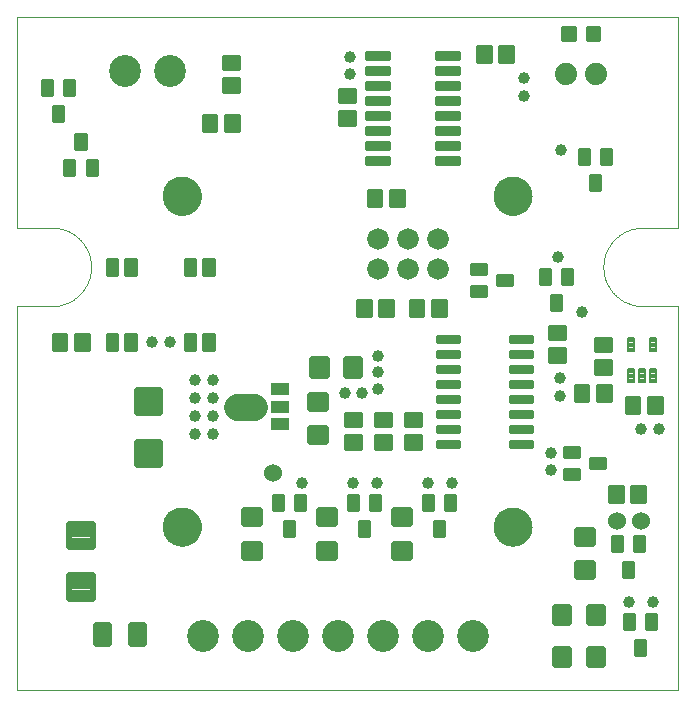
<source format=gts>
G75*
%MOIN*%
%OFA0B0*%
%FSLAX25Y25*%
%IPPOS*%
%LPD*%
%AMOC8*
5,1,8,0,0,1.08239X$1,22.5*
%
%ADD10C,0.00000*%
%ADD11C,0.00947*%
%ADD12C,0.00900*%
%ADD13C,0.01655*%
%ADD14C,0.01301*%
%ADD15C,0.02010*%
%ADD16C,0.02068*%
%ADD17C,0.09061*%
%ADD18R,0.06201X0.04134*%
%ADD19C,0.01892*%
%ADD20C,0.07200*%
%ADD21C,0.07400*%
%ADD22C,0.01537*%
%ADD23C,0.10636*%
%ADD24C,0.12998*%
%ADD25C,0.00829*%
%ADD26C,0.03969*%
%ADD27C,0.06000*%
%ADD28C,0.06306*%
D10*
X0022602Y0025558D02*
X0022602Y0153589D01*
X0034413Y0153589D01*
X0034731Y0153593D01*
X0035048Y0153604D01*
X0035366Y0153624D01*
X0035682Y0153651D01*
X0035998Y0153686D01*
X0036313Y0153728D01*
X0036627Y0153778D01*
X0036940Y0153836D01*
X0037251Y0153901D01*
X0037560Y0153974D01*
X0037868Y0154055D01*
X0038173Y0154142D01*
X0038476Y0154238D01*
X0038777Y0154340D01*
X0039075Y0154450D01*
X0039371Y0154567D01*
X0039663Y0154692D01*
X0039953Y0154823D01*
X0040239Y0154961D01*
X0040521Y0155107D01*
X0040800Y0155259D01*
X0041076Y0155418D01*
X0041347Y0155583D01*
X0041614Y0155755D01*
X0041877Y0155934D01*
X0042136Y0156119D01*
X0042389Y0156310D01*
X0042639Y0156507D01*
X0042883Y0156711D01*
X0043122Y0156920D01*
X0043356Y0157135D01*
X0043585Y0157356D01*
X0043808Y0157582D01*
X0044026Y0157813D01*
X0044238Y0158050D01*
X0044445Y0158292D01*
X0044645Y0158538D01*
X0044839Y0158790D01*
X0045027Y0159046D01*
X0045209Y0159307D01*
X0045384Y0159572D01*
X0045553Y0159841D01*
X0045715Y0160115D01*
X0045871Y0160392D01*
X0046020Y0160673D01*
X0046162Y0160957D01*
X0046297Y0161245D01*
X0046424Y0161536D01*
X0046545Y0161830D01*
X0046659Y0162127D01*
X0046765Y0162426D01*
X0046864Y0162728D01*
X0046956Y0163032D01*
X0047040Y0163339D01*
X0047116Y0163647D01*
X0047185Y0163958D01*
X0047247Y0164269D01*
X0047301Y0164583D01*
X0047347Y0164897D01*
X0047386Y0165213D01*
X0047417Y0165529D01*
X0047440Y0165846D01*
X0047455Y0166163D01*
X0047463Y0166481D01*
X0047463Y0166799D01*
X0047455Y0167117D01*
X0047440Y0167434D01*
X0047417Y0167751D01*
X0047386Y0168067D01*
X0047347Y0168383D01*
X0047301Y0168697D01*
X0047247Y0169011D01*
X0047185Y0169322D01*
X0047116Y0169633D01*
X0047040Y0169941D01*
X0046956Y0170248D01*
X0046864Y0170552D01*
X0046765Y0170854D01*
X0046659Y0171153D01*
X0046545Y0171450D01*
X0046424Y0171744D01*
X0046297Y0172035D01*
X0046162Y0172323D01*
X0046020Y0172607D01*
X0045871Y0172888D01*
X0045715Y0173166D01*
X0045553Y0173439D01*
X0045384Y0173708D01*
X0045209Y0173973D01*
X0045027Y0174234D01*
X0044839Y0174490D01*
X0044645Y0174742D01*
X0044445Y0174988D01*
X0044238Y0175230D01*
X0044026Y0175467D01*
X0043808Y0175698D01*
X0043585Y0175924D01*
X0043356Y0176145D01*
X0043122Y0176360D01*
X0042883Y0176569D01*
X0042639Y0176773D01*
X0042389Y0176970D01*
X0042136Y0177161D01*
X0041877Y0177346D01*
X0041614Y0177525D01*
X0041347Y0177697D01*
X0041076Y0177862D01*
X0040800Y0178021D01*
X0040521Y0178173D01*
X0040239Y0178319D01*
X0039953Y0178457D01*
X0039663Y0178588D01*
X0039371Y0178713D01*
X0039075Y0178830D01*
X0038777Y0178940D01*
X0038476Y0179042D01*
X0038173Y0179138D01*
X0037868Y0179225D01*
X0037560Y0179306D01*
X0037251Y0179379D01*
X0036940Y0179444D01*
X0036627Y0179502D01*
X0036313Y0179552D01*
X0035998Y0179594D01*
X0035682Y0179629D01*
X0035366Y0179656D01*
X0035048Y0179676D01*
X0034731Y0179687D01*
X0034413Y0179691D01*
X0034413Y0179692D02*
X0022602Y0179692D01*
X0022602Y0249967D01*
X0243075Y0249967D01*
X0243075Y0179692D01*
X0231263Y0179692D01*
X0231263Y0179691D02*
X0230945Y0179687D01*
X0230628Y0179676D01*
X0230310Y0179656D01*
X0229994Y0179629D01*
X0229678Y0179594D01*
X0229363Y0179552D01*
X0229049Y0179502D01*
X0228736Y0179444D01*
X0228425Y0179379D01*
X0228116Y0179306D01*
X0227808Y0179225D01*
X0227503Y0179138D01*
X0227200Y0179042D01*
X0226899Y0178940D01*
X0226601Y0178830D01*
X0226305Y0178713D01*
X0226013Y0178588D01*
X0225723Y0178457D01*
X0225437Y0178319D01*
X0225155Y0178173D01*
X0224876Y0178021D01*
X0224600Y0177862D01*
X0224329Y0177697D01*
X0224062Y0177525D01*
X0223799Y0177346D01*
X0223540Y0177161D01*
X0223287Y0176970D01*
X0223037Y0176773D01*
X0222793Y0176569D01*
X0222554Y0176360D01*
X0222320Y0176145D01*
X0222091Y0175924D01*
X0221868Y0175698D01*
X0221650Y0175467D01*
X0221438Y0175230D01*
X0221231Y0174988D01*
X0221031Y0174742D01*
X0220837Y0174490D01*
X0220649Y0174234D01*
X0220467Y0173973D01*
X0220292Y0173708D01*
X0220123Y0173439D01*
X0219961Y0173166D01*
X0219805Y0172888D01*
X0219656Y0172607D01*
X0219514Y0172323D01*
X0219379Y0172035D01*
X0219252Y0171744D01*
X0219131Y0171450D01*
X0219017Y0171153D01*
X0218911Y0170854D01*
X0218812Y0170552D01*
X0218720Y0170248D01*
X0218636Y0169941D01*
X0218560Y0169633D01*
X0218491Y0169322D01*
X0218429Y0169011D01*
X0218375Y0168697D01*
X0218329Y0168383D01*
X0218290Y0168067D01*
X0218259Y0167751D01*
X0218236Y0167434D01*
X0218221Y0167117D01*
X0218213Y0166799D01*
X0218213Y0166481D01*
X0218221Y0166163D01*
X0218236Y0165846D01*
X0218259Y0165529D01*
X0218290Y0165213D01*
X0218329Y0164897D01*
X0218375Y0164583D01*
X0218429Y0164269D01*
X0218491Y0163958D01*
X0218560Y0163647D01*
X0218636Y0163339D01*
X0218720Y0163032D01*
X0218812Y0162728D01*
X0218911Y0162426D01*
X0219017Y0162127D01*
X0219131Y0161830D01*
X0219252Y0161536D01*
X0219379Y0161245D01*
X0219514Y0160957D01*
X0219656Y0160673D01*
X0219805Y0160392D01*
X0219961Y0160114D01*
X0220123Y0159841D01*
X0220292Y0159572D01*
X0220467Y0159307D01*
X0220649Y0159046D01*
X0220837Y0158790D01*
X0221031Y0158538D01*
X0221231Y0158292D01*
X0221438Y0158050D01*
X0221650Y0157813D01*
X0221868Y0157582D01*
X0222091Y0157356D01*
X0222320Y0157135D01*
X0222554Y0156920D01*
X0222793Y0156711D01*
X0223037Y0156507D01*
X0223287Y0156310D01*
X0223540Y0156119D01*
X0223799Y0155934D01*
X0224062Y0155755D01*
X0224329Y0155583D01*
X0224600Y0155418D01*
X0224876Y0155259D01*
X0225155Y0155107D01*
X0225437Y0154961D01*
X0225723Y0154823D01*
X0226013Y0154692D01*
X0226305Y0154567D01*
X0226601Y0154450D01*
X0226899Y0154340D01*
X0227200Y0154238D01*
X0227503Y0154142D01*
X0227808Y0154055D01*
X0228116Y0153974D01*
X0228425Y0153901D01*
X0228736Y0153836D01*
X0229049Y0153778D01*
X0229363Y0153728D01*
X0229678Y0153686D01*
X0229994Y0153651D01*
X0230310Y0153624D01*
X0230628Y0153604D01*
X0230945Y0153593D01*
X0231263Y0153589D01*
X0243075Y0153589D01*
X0243075Y0025558D01*
X0022602Y0025558D01*
X0071421Y0080046D02*
X0071423Y0080204D01*
X0071429Y0080362D01*
X0071439Y0080520D01*
X0071453Y0080678D01*
X0071471Y0080835D01*
X0071492Y0080992D01*
X0071518Y0081148D01*
X0071548Y0081304D01*
X0071581Y0081459D01*
X0071619Y0081612D01*
X0071660Y0081765D01*
X0071705Y0081917D01*
X0071754Y0082068D01*
X0071807Y0082217D01*
X0071863Y0082365D01*
X0071923Y0082511D01*
X0071987Y0082656D01*
X0072055Y0082799D01*
X0072126Y0082941D01*
X0072200Y0083081D01*
X0072278Y0083218D01*
X0072360Y0083354D01*
X0072444Y0083488D01*
X0072533Y0083619D01*
X0072624Y0083748D01*
X0072719Y0083875D01*
X0072816Y0084000D01*
X0072917Y0084122D01*
X0073021Y0084241D01*
X0073128Y0084358D01*
X0073238Y0084472D01*
X0073351Y0084583D01*
X0073466Y0084692D01*
X0073584Y0084797D01*
X0073705Y0084899D01*
X0073828Y0084999D01*
X0073954Y0085095D01*
X0074082Y0085188D01*
X0074212Y0085278D01*
X0074345Y0085364D01*
X0074480Y0085448D01*
X0074616Y0085527D01*
X0074755Y0085604D01*
X0074896Y0085676D01*
X0075038Y0085746D01*
X0075182Y0085811D01*
X0075328Y0085873D01*
X0075475Y0085931D01*
X0075624Y0085986D01*
X0075774Y0086037D01*
X0075925Y0086084D01*
X0076077Y0086127D01*
X0076230Y0086166D01*
X0076385Y0086202D01*
X0076540Y0086233D01*
X0076696Y0086261D01*
X0076852Y0086285D01*
X0077009Y0086305D01*
X0077167Y0086321D01*
X0077324Y0086333D01*
X0077483Y0086341D01*
X0077641Y0086345D01*
X0077799Y0086345D01*
X0077957Y0086341D01*
X0078116Y0086333D01*
X0078273Y0086321D01*
X0078431Y0086305D01*
X0078588Y0086285D01*
X0078744Y0086261D01*
X0078900Y0086233D01*
X0079055Y0086202D01*
X0079210Y0086166D01*
X0079363Y0086127D01*
X0079515Y0086084D01*
X0079666Y0086037D01*
X0079816Y0085986D01*
X0079965Y0085931D01*
X0080112Y0085873D01*
X0080258Y0085811D01*
X0080402Y0085746D01*
X0080544Y0085676D01*
X0080685Y0085604D01*
X0080824Y0085527D01*
X0080960Y0085448D01*
X0081095Y0085364D01*
X0081228Y0085278D01*
X0081358Y0085188D01*
X0081486Y0085095D01*
X0081612Y0084999D01*
X0081735Y0084899D01*
X0081856Y0084797D01*
X0081974Y0084692D01*
X0082089Y0084583D01*
X0082202Y0084472D01*
X0082312Y0084358D01*
X0082419Y0084241D01*
X0082523Y0084122D01*
X0082624Y0084000D01*
X0082721Y0083875D01*
X0082816Y0083748D01*
X0082907Y0083619D01*
X0082996Y0083488D01*
X0083080Y0083354D01*
X0083162Y0083218D01*
X0083240Y0083081D01*
X0083314Y0082941D01*
X0083385Y0082799D01*
X0083453Y0082656D01*
X0083517Y0082511D01*
X0083577Y0082365D01*
X0083633Y0082217D01*
X0083686Y0082068D01*
X0083735Y0081917D01*
X0083780Y0081765D01*
X0083821Y0081612D01*
X0083859Y0081459D01*
X0083892Y0081304D01*
X0083922Y0081148D01*
X0083948Y0080992D01*
X0083969Y0080835D01*
X0083987Y0080678D01*
X0084001Y0080520D01*
X0084011Y0080362D01*
X0084017Y0080204D01*
X0084019Y0080046D01*
X0084017Y0079888D01*
X0084011Y0079730D01*
X0084001Y0079572D01*
X0083987Y0079414D01*
X0083969Y0079257D01*
X0083948Y0079100D01*
X0083922Y0078944D01*
X0083892Y0078788D01*
X0083859Y0078633D01*
X0083821Y0078480D01*
X0083780Y0078327D01*
X0083735Y0078175D01*
X0083686Y0078024D01*
X0083633Y0077875D01*
X0083577Y0077727D01*
X0083517Y0077581D01*
X0083453Y0077436D01*
X0083385Y0077293D01*
X0083314Y0077151D01*
X0083240Y0077011D01*
X0083162Y0076874D01*
X0083080Y0076738D01*
X0082996Y0076604D01*
X0082907Y0076473D01*
X0082816Y0076344D01*
X0082721Y0076217D01*
X0082624Y0076092D01*
X0082523Y0075970D01*
X0082419Y0075851D01*
X0082312Y0075734D01*
X0082202Y0075620D01*
X0082089Y0075509D01*
X0081974Y0075400D01*
X0081856Y0075295D01*
X0081735Y0075193D01*
X0081612Y0075093D01*
X0081486Y0074997D01*
X0081358Y0074904D01*
X0081228Y0074814D01*
X0081095Y0074728D01*
X0080960Y0074644D01*
X0080824Y0074565D01*
X0080685Y0074488D01*
X0080544Y0074416D01*
X0080402Y0074346D01*
X0080258Y0074281D01*
X0080112Y0074219D01*
X0079965Y0074161D01*
X0079816Y0074106D01*
X0079666Y0074055D01*
X0079515Y0074008D01*
X0079363Y0073965D01*
X0079210Y0073926D01*
X0079055Y0073890D01*
X0078900Y0073859D01*
X0078744Y0073831D01*
X0078588Y0073807D01*
X0078431Y0073787D01*
X0078273Y0073771D01*
X0078116Y0073759D01*
X0077957Y0073751D01*
X0077799Y0073747D01*
X0077641Y0073747D01*
X0077483Y0073751D01*
X0077324Y0073759D01*
X0077167Y0073771D01*
X0077009Y0073787D01*
X0076852Y0073807D01*
X0076696Y0073831D01*
X0076540Y0073859D01*
X0076385Y0073890D01*
X0076230Y0073926D01*
X0076077Y0073965D01*
X0075925Y0074008D01*
X0075774Y0074055D01*
X0075624Y0074106D01*
X0075475Y0074161D01*
X0075328Y0074219D01*
X0075182Y0074281D01*
X0075038Y0074346D01*
X0074896Y0074416D01*
X0074755Y0074488D01*
X0074616Y0074565D01*
X0074480Y0074644D01*
X0074345Y0074728D01*
X0074212Y0074814D01*
X0074082Y0074904D01*
X0073954Y0074997D01*
X0073828Y0075093D01*
X0073705Y0075193D01*
X0073584Y0075295D01*
X0073466Y0075400D01*
X0073351Y0075509D01*
X0073238Y0075620D01*
X0073128Y0075734D01*
X0073021Y0075851D01*
X0072917Y0075970D01*
X0072816Y0076092D01*
X0072719Y0076217D01*
X0072624Y0076344D01*
X0072533Y0076473D01*
X0072444Y0076604D01*
X0072360Y0076738D01*
X0072278Y0076874D01*
X0072200Y0077011D01*
X0072126Y0077151D01*
X0072055Y0077293D01*
X0071987Y0077436D01*
X0071923Y0077581D01*
X0071863Y0077727D01*
X0071807Y0077875D01*
X0071754Y0078024D01*
X0071705Y0078175D01*
X0071660Y0078327D01*
X0071619Y0078480D01*
X0071581Y0078633D01*
X0071548Y0078788D01*
X0071518Y0078944D01*
X0071492Y0079100D01*
X0071471Y0079257D01*
X0071453Y0079414D01*
X0071439Y0079572D01*
X0071429Y0079730D01*
X0071423Y0079888D01*
X0071421Y0080046D01*
X0071421Y0190282D02*
X0071423Y0190440D01*
X0071429Y0190598D01*
X0071439Y0190756D01*
X0071453Y0190914D01*
X0071471Y0191071D01*
X0071492Y0191228D01*
X0071518Y0191384D01*
X0071548Y0191540D01*
X0071581Y0191695D01*
X0071619Y0191848D01*
X0071660Y0192001D01*
X0071705Y0192153D01*
X0071754Y0192304D01*
X0071807Y0192453D01*
X0071863Y0192601D01*
X0071923Y0192747D01*
X0071987Y0192892D01*
X0072055Y0193035D01*
X0072126Y0193177D01*
X0072200Y0193317D01*
X0072278Y0193454D01*
X0072360Y0193590D01*
X0072444Y0193724D01*
X0072533Y0193855D01*
X0072624Y0193984D01*
X0072719Y0194111D01*
X0072816Y0194236D01*
X0072917Y0194358D01*
X0073021Y0194477D01*
X0073128Y0194594D01*
X0073238Y0194708D01*
X0073351Y0194819D01*
X0073466Y0194928D01*
X0073584Y0195033D01*
X0073705Y0195135D01*
X0073828Y0195235D01*
X0073954Y0195331D01*
X0074082Y0195424D01*
X0074212Y0195514D01*
X0074345Y0195600D01*
X0074480Y0195684D01*
X0074616Y0195763D01*
X0074755Y0195840D01*
X0074896Y0195912D01*
X0075038Y0195982D01*
X0075182Y0196047D01*
X0075328Y0196109D01*
X0075475Y0196167D01*
X0075624Y0196222D01*
X0075774Y0196273D01*
X0075925Y0196320D01*
X0076077Y0196363D01*
X0076230Y0196402D01*
X0076385Y0196438D01*
X0076540Y0196469D01*
X0076696Y0196497D01*
X0076852Y0196521D01*
X0077009Y0196541D01*
X0077167Y0196557D01*
X0077324Y0196569D01*
X0077483Y0196577D01*
X0077641Y0196581D01*
X0077799Y0196581D01*
X0077957Y0196577D01*
X0078116Y0196569D01*
X0078273Y0196557D01*
X0078431Y0196541D01*
X0078588Y0196521D01*
X0078744Y0196497D01*
X0078900Y0196469D01*
X0079055Y0196438D01*
X0079210Y0196402D01*
X0079363Y0196363D01*
X0079515Y0196320D01*
X0079666Y0196273D01*
X0079816Y0196222D01*
X0079965Y0196167D01*
X0080112Y0196109D01*
X0080258Y0196047D01*
X0080402Y0195982D01*
X0080544Y0195912D01*
X0080685Y0195840D01*
X0080824Y0195763D01*
X0080960Y0195684D01*
X0081095Y0195600D01*
X0081228Y0195514D01*
X0081358Y0195424D01*
X0081486Y0195331D01*
X0081612Y0195235D01*
X0081735Y0195135D01*
X0081856Y0195033D01*
X0081974Y0194928D01*
X0082089Y0194819D01*
X0082202Y0194708D01*
X0082312Y0194594D01*
X0082419Y0194477D01*
X0082523Y0194358D01*
X0082624Y0194236D01*
X0082721Y0194111D01*
X0082816Y0193984D01*
X0082907Y0193855D01*
X0082996Y0193724D01*
X0083080Y0193590D01*
X0083162Y0193454D01*
X0083240Y0193317D01*
X0083314Y0193177D01*
X0083385Y0193035D01*
X0083453Y0192892D01*
X0083517Y0192747D01*
X0083577Y0192601D01*
X0083633Y0192453D01*
X0083686Y0192304D01*
X0083735Y0192153D01*
X0083780Y0192001D01*
X0083821Y0191848D01*
X0083859Y0191695D01*
X0083892Y0191540D01*
X0083922Y0191384D01*
X0083948Y0191228D01*
X0083969Y0191071D01*
X0083987Y0190914D01*
X0084001Y0190756D01*
X0084011Y0190598D01*
X0084017Y0190440D01*
X0084019Y0190282D01*
X0084017Y0190124D01*
X0084011Y0189966D01*
X0084001Y0189808D01*
X0083987Y0189650D01*
X0083969Y0189493D01*
X0083948Y0189336D01*
X0083922Y0189180D01*
X0083892Y0189024D01*
X0083859Y0188869D01*
X0083821Y0188716D01*
X0083780Y0188563D01*
X0083735Y0188411D01*
X0083686Y0188260D01*
X0083633Y0188111D01*
X0083577Y0187963D01*
X0083517Y0187817D01*
X0083453Y0187672D01*
X0083385Y0187529D01*
X0083314Y0187387D01*
X0083240Y0187247D01*
X0083162Y0187110D01*
X0083080Y0186974D01*
X0082996Y0186840D01*
X0082907Y0186709D01*
X0082816Y0186580D01*
X0082721Y0186453D01*
X0082624Y0186328D01*
X0082523Y0186206D01*
X0082419Y0186087D01*
X0082312Y0185970D01*
X0082202Y0185856D01*
X0082089Y0185745D01*
X0081974Y0185636D01*
X0081856Y0185531D01*
X0081735Y0185429D01*
X0081612Y0185329D01*
X0081486Y0185233D01*
X0081358Y0185140D01*
X0081228Y0185050D01*
X0081095Y0184964D01*
X0080960Y0184880D01*
X0080824Y0184801D01*
X0080685Y0184724D01*
X0080544Y0184652D01*
X0080402Y0184582D01*
X0080258Y0184517D01*
X0080112Y0184455D01*
X0079965Y0184397D01*
X0079816Y0184342D01*
X0079666Y0184291D01*
X0079515Y0184244D01*
X0079363Y0184201D01*
X0079210Y0184162D01*
X0079055Y0184126D01*
X0078900Y0184095D01*
X0078744Y0184067D01*
X0078588Y0184043D01*
X0078431Y0184023D01*
X0078273Y0184007D01*
X0078116Y0183995D01*
X0077957Y0183987D01*
X0077799Y0183983D01*
X0077641Y0183983D01*
X0077483Y0183987D01*
X0077324Y0183995D01*
X0077167Y0184007D01*
X0077009Y0184023D01*
X0076852Y0184043D01*
X0076696Y0184067D01*
X0076540Y0184095D01*
X0076385Y0184126D01*
X0076230Y0184162D01*
X0076077Y0184201D01*
X0075925Y0184244D01*
X0075774Y0184291D01*
X0075624Y0184342D01*
X0075475Y0184397D01*
X0075328Y0184455D01*
X0075182Y0184517D01*
X0075038Y0184582D01*
X0074896Y0184652D01*
X0074755Y0184724D01*
X0074616Y0184801D01*
X0074480Y0184880D01*
X0074345Y0184964D01*
X0074212Y0185050D01*
X0074082Y0185140D01*
X0073954Y0185233D01*
X0073828Y0185329D01*
X0073705Y0185429D01*
X0073584Y0185531D01*
X0073466Y0185636D01*
X0073351Y0185745D01*
X0073238Y0185856D01*
X0073128Y0185970D01*
X0073021Y0186087D01*
X0072917Y0186206D01*
X0072816Y0186328D01*
X0072719Y0186453D01*
X0072624Y0186580D01*
X0072533Y0186709D01*
X0072444Y0186840D01*
X0072360Y0186974D01*
X0072278Y0187110D01*
X0072200Y0187247D01*
X0072126Y0187387D01*
X0072055Y0187529D01*
X0071987Y0187672D01*
X0071923Y0187817D01*
X0071863Y0187963D01*
X0071807Y0188111D01*
X0071754Y0188260D01*
X0071705Y0188411D01*
X0071660Y0188563D01*
X0071619Y0188716D01*
X0071581Y0188869D01*
X0071548Y0189024D01*
X0071518Y0189180D01*
X0071492Y0189336D01*
X0071471Y0189493D01*
X0071453Y0189650D01*
X0071439Y0189808D01*
X0071429Y0189966D01*
X0071423Y0190124D01*
X0071421Y0190282D01*
X0181657Y0190282D02*
X0181659Y0190440D01*
X0181665Y0190598D01*
X0181675Y0190756D01*
X0181689Y0190914D01*
X0181707Y0191071D01*
X0181728Y0191228D01*
X0181754Y0191384D01*
X0181784Y0191540D01*
X0181817Y0191695D01*
X0181855Y0191848D01*
X0181896Y0192001D01*
X0181941Y0192153D01*
X0181990Y0192304D01*
X0182043Y0192453D01*
X0182099Y0192601D01*
X0182159Y0192747D01*
X0182223Y0192892D01*
X0182291Y0193035D01*
X0182362Y0193177D01*
X0182436Y0193317D01*
X0182514Y0193454D01*
X0182596Y0193590D01*
X0182680Y0193724D01*
X0182769Y0193855D01*
X0182860Y0193984D01*
X0182955Y0194111D01*
X0183052Y0194236D01*
X0183153Y0194358D01*
X0183257Y0194477D01*
X0183364Y0194594D01*
X0183474Y0194708D01*
X0183587Y0194819D01*
X0183702Y0194928D01*
X0183820Y0195033D01*
X0183941Y0195135D01*
X0184064Y0195235D01*
X0184190Y0195331D01*
X0184318Y0195424D01*
X0184448Y0195514D01*
X0184581Y0195600D01*
X0184716Y0195684D01*
X0184852Y0195763D01*
X0184991Y0195840D01*
X0185132Y0195912D01*
X0185274Y0195982D01*
X0185418Y0196047D01*
X0185564Y0196109D01*
X0185711Y0196167D01*
X0185860Y0196222D01*
X0186010Y0196273D01*
X0186161Y0196320D01*
X0186313Y0196363D01*
X0186466Y0196402D01*
X0186621Y0196438D01*
X0186776Y0196469D01*
X0186932Y0196497D01*
X0187088Y0196521D01*
X0187245Y0196541D01*
X0187403Y0196557D01*
X0187560Y0196569D01*
X0187719Y0196577D01*
X0187877Y0196581D01*
X0188035Y0196581D01*
X0188193Y0196577D01*
X0188352Y0196569D01*
X0188509Y0196557D01*
X0188667Y0196541D01*
X0188824Y0196521D01*
X0188980Y0196497D01*
X0189136Y0196469D01*
X0189291Y0196438D01*
X0189446Y0196402D01*
X0189599Y0196363D01*
X0189751Y0196320D01*
X0189902Y0196273D01*
X0190052Y0196222D01*
X0190201Y0196167D01*
X0190348Y0196109D01*
X0190494Y0196047D01*
X0190638Y0195982D01*
X0190780Y0195912D01*
X0190921Y0195840D01*
X0191060Y0195763D01*
X0191196Y0195684D01*
X0191331Y0195600D01*
X0191464Y0195514D01*
X0191594Y0195424D01*
X0191722Y0195331D01*
X0191848Y0195235D01*
X0191971Y0195135D01*
X0192092Y0195033D01*
X0192210Y0194928D01*
X0192325Y0194819D01*
X0192438Y0194708D01*
X0192548Y0194594D01*
X0192655Y0194477D01*
X0192759Y0194358D01*
X0192860Y0194236D01*
X0192957Y0194111D01*
X0193052Y0193984D01*
X0193143Y0193855D01*
X0193232Y0193724D01*
X0193316Y0193590D01*
X0193398Y0193454D01*
X0193476Y0193317D01*
X0193550Y0193177D01*
X0193621Y0193035D01*
X0193689Y0192892D01*
X0193753Y0192747D01*
X0193813Y0192601D01*
X0193869Y0192453D01*
X0193922Y0192304D01*
X0193971Y0192153D01*
X0194016Y0192001D01*
X0194057Y0191848D01*
X0194095Y0191695D01*
X0194128Y0191540D01*
X0194158Y0191384D01*
X0194184Y0191228D01*
X0194205Y0191071D01*
X0194223Y0190914D01*
X0194237Y0190756D01*
X0194247Y0190598D01*
X0194253Y0190440D01*
X0194255Y0190282D01*
X0194253Y0190124D01*
X0194247Y0189966D01*
X0194237Y0189808D01*
X0194223Y0189650D01*
X0194205Y0189493D01*
X0194184Y0189336D01*
X0194158Y0189180D01*
X0194128Y0189024D01*
X0194095Y0188869D01*
X0194057Y0188716D01*
X0194016Y0188563D01*
X0193971Y0188411D01*
X0193922Y0188260D01*
X0193869Y0188111D01*
X0193813Y0187963D01*
X0193753Y0187817D01*
X0193689Y0187672D01*
X0193621Y0187529D01*
X0193550Y0187387D01*
X0193476Y0187247D01*
X0193398Y0187110D01*
X0193316Y0186974D01*
X0193232Y0186840D01*
X0193143Y0186709D01*
X0193052Y0186580D01*
X0192957Y0186453D01*
X0192860Y0186328D01*
X0192759Y0186206D01*
X0192655Y0186087D01*
X0192548Y0185970D01*
X0192438Y0185856D01*
X0192325Y0185745D01*
X0192210Y0185636D01*
X0192092Y0185531D01*
X0191971Y0185429D01*
X0191848Y0185329D01*
X0191722Y0185233D01*
X0191594Y0185140D01*
X0191464Y0185050D01*
X0191331Y0184964D01*
X0191196Y0184880D01*
X0191060Y0184801D01*
X0190921Y0184724D01*
X0190780Y0184652D01*
X0190638Y0184582D01*
X0190494Y0184517D01*
X0190348Y0184455D01*
X0190201Y0184397D01*
X0190052Y0184342D01*
X0189902Y0184291D01*
X0189751Y0184244D01*
X0189599Y0184201D01*
X0189446Y0184162D01*
X0189291Y0184126D01*
X0189136Y0184095D01*
X0188980Y0184067D01*
X0188824Y0184043D01*
X0188667Y0184023D01*
X0188509Y0184007D01*
X0188352Y0183995D01*
X0188193Y0183987D01*
X0188035Y0183983D01*
X0187877Y0183983D01*
X0187719Y0183987D01*
X0187560Y0183995D01*
X0187403Y0184007D01*
X0187245Y0184023D01*
X0187088Y0184043D01*
X0186932Y0184067D01*
X0186776Y0184095D01*
X0186621Y0184126D01*
X0186466Y0184162D01*
X0186313Y0184201D01*
X0186161Y0184244D01*
X0186010Y0184291D01*
X0185860Y0184342D01*
X0185711Y0184397D01*
X0185564Y0184455D01*
X0185418Y0184517D01*
X0185274Y0184582D01*
X0185132Y0184652D01*
X0184991Y0184724D01*
X0184852Y0184801D01*
X0184716Y0184880D01*
X0184581Y0184964D01*
X0184448Y0185050D01*
X0184318Y0185140D01*
X0184190Y0185233D01*
X0184064Y0185329D01*
X0183941Y0185429D01*
X0183820Y0185531D01*
X0183702Y0185636D01*
X0183587Y0185745D01*
X0183474Y0185856D01*
X0183364Y0185970D01*
X0183257Y0186087D01*
X0183153Y0186206D01*
X0183052Y0186328D01*
X0182955Y0186453D01*
X0182860Y0186580D01*
X0182769Y0186709D01*
X0182680Y0186840D01*
X0182596Y0186974D01*
X0182514Y0187110D01*
X0182436Y0187247D01*
X0182362Y0187387D01*
X0182291Y0187529D01*
X0182223Y0187672D01*
X0182159Y0187817D01*
X0182099Y0187963D01*
X0182043Y0188111D01*
X0181990Y0188260D01*
X0181941Y0188411D01*
X0181896Y0188563D01*
X0181855Y0188716D01*
X0181817Y0188869D01*
X0181784Y0189024D01*
X0181754Y0189180D01*
X0181728Y0189336D01*
X0181707Y0189493D01*
X0181689Y0189650D01*
X0181675Y0189808D01*
X0181665Y0189966D01*
X0181659Y0190124D01*
X0181657Y0190282D01*
X0181657Y0080046D02*
X0181659Y0080204D01*
X0181665Y0080362D01*
X0181675Y0080520D01*
X0181689Y0080678D01*
X0181707Y0080835D01*
X0181728Y0080992D01*
X0181754Y0081148D01*
X0181784Y0081304D01*
X0181817Y0081459D01*
X0181855Y0081612D01*
X0181896Y0081765D01*
X0181941Y0081917D01*
X0181990Y0082068D01*
X0182043Y0082217D01*
X0182099Y0082365D01*
X0182159Y0082511D01*
X0182223Y0082656D01*
X0182291Y0082799D01*
X0182362Y0082941D01*
X0182436Y0083081D01*
X0182514Y0083218D01*
X0182596Y0083354D01*
X0182680Y0083488D01*
X0182769Y0083619D01*
X0182860Y0083748D01*
X0182955Y0083875D01*
X0183052Y0084000D01*
X0183153Y0084122D01*
X0183257Y0084241D01*
X0183364Y0084358D01*
X0183474Y0084472D01*
X0183587Y0084583D01*
X0183702Y0084692D01*
X0183820Y0084797D01*
X0183941Y0084899D01*
X0184064Y0084999D01*
X0184190Y0085095D01*
X0184318Y0085188D01*
X0184448Y0085278D01*
X0184581Y0085364D01*
X0184716Y0085448D01*
X0184852Y0085527D01*
X0184991Y0085604D01*
X0185132Y0085676D01*
X0185274Y0085746D01*
X0185418Y0085811D01*
X0185564Y0085873D01*
X0185711Y0085931D01*
X0185860Y0085986D01*
X0186010Y0086037D01*
X0186161Y0086084D01*
X0186313Y0086127D01*
X0186466Y0086166D01*
X0186621Y0086202D01*
X0186776Y0086233D01*
X0186932Y0086261D01*
X0187088Y0086285D01*
X0187245Y0086305D01*
X0187403Y0086321D01*
X0187560Y0086333D01*
X0187719Y0086341D01*
X0187877Y0086345D01*
X0188035Y0086345D01*
X0188193Y0086341D01*
X0188352Y0086333D01*
X0188509Y0086321D01*
X0188667Y0086305D01*
X0188824Y0086285D01*
X0188980Y0086261D01*
X0189136Y0086233D01*
X0189291Y0086202D01*
X0189446Y0086166D01*
X0189599Y0086127D01*
X0189751Y0086084D01*
X0189902Y0086037D01*
X0190052Y0085986D01*
X0190201Y0085931D01*
X0190348Y0085873D01*
X0190494Y0085811D01*
X0190638Y0085746D01*
X0190780Y0085676D01*
X0190921Y0085604D01*
X0191060Y0085527D01*
X0191196Y0085448D01*
X0191331Y0085364D01*
X0191464Y0085278D01*
X0191594Y0085188D01*
X0191722Y0085095D01*
X0191848Y0084999D01*
X0191971Y0084899D01*
X0192092Y0084797D01*
X0192210Y0084692D01*
X0192325Y0084583D01*
X0192438Y0084472D01*
X0192548Y0084358D01*
X0192655Y0084241D01*
X0192759Y0084122D01*
X0192860Y0084000D01*
X0192957Y0083875D01*
X0193052Y0083748D01*
X0193143Y0083619D01*
X0193232Y0083488D01*
X0193316Y0083354D01*
X0193398Y0083218D01*
X0193476Y0083081D01*
X0193550Y0082941D01*
X0193621Y0082799D01*
X0193689Y0082656D01*
X0193753Y0082511D01*
X0193813Y0082365D01*
X0193869Y0082217D01*
X0193922Y0082068D01*
X0193971Y0081917D01*
X0194016Y0081765D01*
X0194057Y0081612D01*
X0194095Y0081459D01*
X0194128Y0081304D01*
X0194158Y0081148D01*
X0194184Y0080992D01*
X0194205Y0080835D01*
X0194223Y0080678D01*
X0194237Y0080520D01*
X0194247Y0080362D01*
X0194253Y0080204D01*
X0194255Y0080046D01*
X0194253Y0079888D01*
X0194247Y0079730D01*
X0194237Y0079572D01*
X0194223Y0079414D01*
X0194205Y0079257D01*
X0194184Y0079100D01*
X0194158Y0078944D01*
X0194128Y0078788D01*
X0194095Y0078633D01*
X0194057Y0078480D01*
X0194016Y0078327D01*
X0193971Y0078175D01*
X0193922Y0078024D01*
X0193869Y0077875D01*
X0193813Y0077727D01*
X0193753Y0077581D01*
X0193689Y0077436D01*
X0193621Y0077293D01*
X0193550Y0077151D01*
X0193476Y0077011D01*
X0193398Y0076874D01*
X0193316Y0076738D01*
X0193232Y0076604D01*
X0193143Y0076473D01*
X0193052Y0076344D01*
X0192957Y0076217D01*
X0192860Y0076092D01*
X0192759Y0075970D01*
X0192655Y0075851D01*
X0192548Y0075734D01*
X0192438Y0075620D01*
X0192325Y0075509D01*
X0192210Y0075400D01*
X0192092Y0075295D01*
X0191971Y0075193D01*
X0191848Y0075093D01*
X0191722Y0074997D01*
X0191594Y0074904D01*
X0191464Y0074814D01*
X0191331Y0074728D01*
X0191196Y0074644D01*
X0191060Y0074565D01*
X0190921Y0074488D01*
X0190780Y0074416D01*
X0190638Y0074346D01*
X0190494Y0074281D01*
X0190348Y0074219D01*
X0190201Y0074161D01*
X0190052Y0074106D01*
X0189902Y0074055D01*
X0189751Y0074008D01*
X0189599Y0073965D01*
X0189446Y0073926D01*
X0189291Y0073890D01*
X0189136Y0073859D01*
X0188980Y0073831D01*
X0188824Y0073807D01*
X0188667Y0073787D01*
X0188509Y0073771D01*
X0188352Y0073759D01*
X0188193Y0073751D01*
X0188035Y0073747D01*
X0187877Y0073747D01*
X0187719Y0073751D01*
X0187560Y0073759D01*
X0187403Y0073771D01*
X0187245Y0073787D01*
X0187088Y0073807D01*
X0186932Y0073831D01*
X0186776Y0073859D01*
X0186621Y0073890D01*
X0186466Y0073926D01*
X0186313Y0073965D01*
X0186161Y0074008D01*
X0186010Y0074055D01*
X0185860Y0074106D01*
X0185711Y0074161D01*
X0185564Y0074219D01*
X0185418Y0074281D01*
X0185274Y0074346D01*
X0185132Y0074416D01*
X0184991Y0074488D01*
X0184852Y0074565D01*
X0184716Y0074644D01*
X0184581Y0074728D01*
X0184448Y0074814D01*
X0184318Y0074904D01*
X0184190Y0074997D01*
X0184064Y0075093D01*
X0183941Y0075193D01*
X0183820Y0075295D01*
X0183702Y0075400D01*
X0183587Y0075509D01*
X0183474Y0075620D01*
X0183364Y0075734D01*
X0183257Y0075851D01*
X0183153Y0075970D01*
X0183052Y0076092D01*
X0182955Y0076217D01*
X0182860Y0076344D01*
X0182769Y0076473D01*
X0182680Y0076604D01*
X0182596Y0076738D01*
X0182514Y0076874D01*
X0182436Y0077011D01*
X0182362Y0077151D01*
X0182291Y0077293D01*
X0182223Y0077436D01*
X0182159Y0077581D01*
X0182099Y0077727D01*
X0182043Y0077875D01*
X0181990Y0078024D01*
X0181941Y0078175D01*
X0181896Y0078327D01*
X0181855Y0078480D01*
X0181817Y0078633D01*
X0181784Y0078788D01*
X0181754Y0078944D01*
X0181728Y0079100D01*
X0181707Y0079257D01*
X0181689Y0079414D01*
X0181675Y0079572D01*
X0181665Y0079730D01*
X0181659Y0079888D01*
X0181657Y0080046D01*
D11*
X0162454Y0200953D02*
X0162454Y0203163D01*
X0169978Y0203163D01*
X0169978Y0200953D01*
X0162454Y0200953D01*
X0162454Y0201899D02*
X0169978Y0201899D01*
X0169978Y0202845D02*
X0162454Y0202845D01*
X0162454Y0205953D02*
X0162454Y0208163D01*
X0169978Y0208163D01*
X0169978Y0205953D01*
X0162454Y0205953D01*
X0162454Y0206899D02*
X0169978Y0206899D01*
X0169978Y0207845D02*
X0162454Y0207845D01*
X0162454Y0210953D02*
X0162454Y0213163D01*
X0169978Y0213163D01*
X0169978Y0210953D01*
X0162454Y0210953D01*
X0162454Y0211899D02*
X0169978Y0211899D01*
X0169978Y0212845D02*
X0162454Y0212845D01*
X0162454Y0215953D02*
X0162454Y0218163D01*
X0169978Y0218163D01*
X0169978Y0215953D01*
X0162454Y0215953D01*
X0162454Y0216899D02*
X0169978Y0216899D01*
X0169978Y0217845D02*
X0162454Y0217845D01*
X0162454Y0220953D02*
X0162454Y0223163D01*
X0169978Y0223163D01*
X0169978Y0220953D01*
X0162454Y0220953D01*
X0162454Y0221899D02*
X0169978Y0221899D01*
X0169978Y0222845D02*
X0162454Y0222845D01*
X0162454Y0225953D02*
X0162454Y0228163D01*
X0169978Y0228163D01*
X0169978Y0225953D01*
X0162454Y0225953D01*
X0162454Y0226899D02*
X0169978Y0226899D01*
X0169978Y0227845D02*
X0162454Y0227845D01*
X0162454Y0230953D02*
X0162454Y0233163D01*
X0169978Y0233163D01*
X0169978Y0230953D01*
X0162454Y0230953D01*
X0162454Y0231899D02*
X0169978Y0231899D01*
X0169978Y0232845D02*
X0162454Y0232845D01*
X0162454Y0235953D02*
X0162454Y0238163D01*
X0169978Y0238163D01*
X0169978Y0235953D01*
X0162454Y0235953D01*
X0162454Y0236899D02*
X0169978Y0236899D01*
X0169978Y0237845D02*
X0162454Y0237845D01*
X0139226Y0238163D02*
X0139226Y0235953D01*
X0139226Y0238163D02*
X0146750Y0238163D01*
X0146750Y0235953D01*
X0139226Y0235953D01*
X0139226Y0236899D02*
X0146750Y0236899D01*
X0146750Y0237845D02*
X0139226Y0237845D01*
X0139226Y0233163D02*
X0139226Y0230953D01*
X0139226Y0233163D02*
X0146750Y0233163D01*
X0146750Y0230953D01*
X0139226Y0230953D01*
X0139226Y0231899D02*
X0146750Y0231899D01*
X0146750Y0232845D02*
X0139226Y0232845D01*
X0139226Y0228163D02*
X0139226Y0225953D01*
X0139226Y0228163D02*
X0146750Y0228163D01*
X0146750Y0225953D01*
X0139226Y0225953D01*
X0139226Y0226899D02*
X0146750Y0226899D01*
X0146750Y0227845D02*
X0139226Y0227845D01*
X0139226Y0223163D02*
X0139226Y0220953D01*
X0139226Y0223163D02*
X0146750Y0223163D01*
X0146750Y0220953D01*
X0139226Y0220953D01*
X0139226Y0221899D02*
X0146750Y0221899D01*
X0146750Y0222845D02*
X0139226Y0222845D01*
X0139226Y0218163D02*
X0139226Y0215953D01*
X0139226Y0218163D02*
X0146750Y0218163D01*
X0146750Y0215953D01*
X0139226Y0215953D01*
X0139226Y0216899D02*
X0146750Y0216899D01*
X0146750Y0217845D02*
X0139226Y0217845D01*
X0139226Y0213163D02*
X0139226Y0210953D01*
X0139226Y0213163D02*
X0146750Y0213163D01*
X0146750Y0210953D01*
X0139226Y0210953D01*
X0139226Y0211899D02*
X0146750Y0211899D01*
X0146750Y0212845D02*
X0139226Y0212845D01*
X0139226Y0208163D02*
X0139226Y0205953D01*
X0139226Y0208163D02*
X0146750Y0208163D01*
X0146750Y0205953D01*
X0139226Y0205953D01*
X0139226Y0206899D02*
X0146750Y0206899D01*
X0146750Y0207845D02*
X0139226Y0207845D01*
X0139226Y0203163D02*
X0139226Y0200953D01*
X0139226Y0203163D02*
X0146750Y0203163D01*
X0146750Y0200953D01*
X0139226Y0200953D01*
X0139226Y0201899D02*
X0146750Y0201899D01*
X0146750Y0202845D02*
X0139226Y0202845D01*
D12*
X0170252Y0143608D02*
X0170252Y0141508D01*
X0162752Y0141508D01*
X0162752Y0143608D01*
X0170252Y0143608D01*
X0170252Y0142407D02*
X0162752Y0142407D01*
X0162752Y0143306D02*
X0170252Y0143306D01*
X0170252Y0138608D02*
X0170252Y0136508D01*
X0162752Y0136508D01*
X0162752Y0138608D01*
X0170252Y0138608D01*
X0170252Y0137407D02*
X0162752Y0137407D01*
X0162752Y0138306D02*
X0170252Y0138306D01*
X0170252Y0133608D02*
X0170252Y0131508D01*
X0162752Y0131508D01*
X0162752Y0133608D01*
X0170252Y0133608D01*
X0170252Y0132407D02*
X0162752Y0132407D01*
X0162752Y0133306D02*
X0170252Y0133306D01*
X0170252Y0128608D02*
X0170252Y0126508D01*
X0162752Y0126508D01*
X0162752Y0128608D01*
X0170252Y0128608D01*
X0170252Y0127407D02*
X0162752Y0127407D01*
X0162752Y0128306D02*
X0170252Y0128306D01*
X0170252Y0123608D02*
X0170252Y0121508D01*
X0162752Y0121508D01*
X0162752Y0123608D01*
X0170252Y0123608D01*
X0170252Y0122407D02*
X0162752Y0122407D01*
X0162752Y0123306D02*
X0170252Y0123306D01*
X0170252Y0118608D02*
X0170252Y0116508D01*
X0162752Y0116508D01*
X0162752Y0118608D01*
X0170252Y0118608D01*
X0170252Y0117407D02*
X0162752Y0117407D01*
X0162752Y0118306D02*
X0170252Y0118306D01*
X0170252Y0113608D02*
X0170252Y0111508D01*
X0162752Y0111508D01*
X0162752Y0113608D01*
X0170252Y0113608D01*
X0170252Y0112407D02*
X0162752Y0112407D01*
X0162752Y0113306D02*
X0170252Y0113306D01*
X0170252Y0108608D02*
X0170252Y0106508D01*
X0162752Y0106508D01*
X0162752Y0108608D01*
X0170252Y0108608D01*
X0170252Y0107407D02*
X0162752Y0107407D01*
X0162752Y0108306D02*
X0170252Y0108306D01*
X0194452Y0108608D02*
X0194452Y0106508D01*
X0186952Y0106508D01*
X0186952Y0108608D01*
X0194452Y0108608D01*
X0194452Y0107407D02*
X0186952Y0107407D01*
X0186952Y0108306D02*
X0194452Y0108306D01*
X0194452Y0111508D02*
X0194452Y0113608D01*
X0194452Y0111508D02*
X0186952Y0111508D01*
X0186952Y0113608D01*
X0194452Y0113608D01*
X0194452Y0112407D02*
X0186952Y0112407D01*
X0186952Y0113306D02*
X0194452Y0113306D01*
X0194452Y0116508D02*
X0194452Y0118608D01*
X0194452Y0116508D02*
X0186952Y0116508D01*
X0186952Y0118608D01*
X0194452Y0118608D01*
X0194452Y0117407D02*
X0186952Y0117407D01*
X0186952Y0118306D02*
X0194452Y0118306D01*
X0194452Y0121508D02*
X0194452Y0123608D01*
X0194452Y0121508D02*
X0186952Y0121508D01*
X0186952Y0123608D01*
X0194452Y0123608D01*
X0194452Y0122407D02*
X0186952Y0122407D01*
X0186952Y0123306D02*
X0194452Y0123306D01*
X0194452Y0126508D02*
X0194452Y0128608D01*
X0194452Y0126508D02*
X0186952Y0126508D01*
X0186952Y0128608D01*
X0194452Y0128608D01*
X0194452Y0127407D02*
X0186952Y0127407D01*
X0186952Y0128306D02*
X0194452Y0128306D01*
X0194452Y0131508D02*
X0194452Y0133608D01*
X0194452Y0131508D02*
X0186952Y0131508D01*
X0186952Y0133608D01*
X0194452Y0133608D01*
X0194452Y0132407D02*
X0186952Y0132407D01*
X0186952Y0133306D02*
X0194452Y0133306D01*
X0194452Y0136508D02*
X0194452Y0138608D01*
X0194452Y0136508D02*
X0186952Y0136508D01*
X0186952Y0138608D01*
X0194452Y0138608D01*
X0194452Y0137407D02*
X0186952Y0137407D01*
X0186952Y0138306D02*
X0194452Y0138306D01*
X0194452Y0141508D02*
X0194452Y0143608D01*
X0194452Y0141508D02*
X0186952Y0141508D01*
X0186952Y0143608D01*
X0194452Y0143608D01*
X0194452Y0142407D02*
X0186952Y0142407D01*
X0186952Y0143306D02*
X0194452Y0143306D01*
D13*
X0204928Y0142866D02*
X0204928Y0146730D01*
X0204928Y0142866D02*
X0200276Y0142866D01*
X0200276Y0146730D01*
X0204928Y0146730D01*
X0204928Y0144520D02*
X0200276Y0144520D01*
X0200276Y0146174D02*
X0204928Y0146174D01*
X0204928Y0139250D02*
X0204928Y0135386D01*
X0200276Y0135386D01*
X0200276Y0139250D01*
X0204928Y0139250D01*
X0204928Y0137040D02*
X0200276Y0137040D01*
X0200276Y0138694D02*
X0204928Y0138694D01*
X0215776Y0138866D02*
X0215776Y0142730D01*
X0220428Y0142730D01*
X0220428Y0138866D01*
X0215776Y0138866D01*
X0215776Y0140520D02*
X0220428Y0140520D01*
X0220428Y0142174D02*
X0215776Y0142174D01*
X0215776Y0135250D02*
X0215776Y0131386D01*
X0215776Y0135250D02*
X0220428Y0135250D01*
X0220428Y0131386D01*
X0215776Y0131386D01*
X0215776Y0133040D02*
X0220428Y0133040D01*
X0220428Y0134694D02*
X0215776Y0134694D01*
X0216410Y0126884D02*
X0220274Y0126884D01*
X0220274Y0122232D01*
X0216410Y0122232D01*
X0216410Y0126884D01*
X0216410Y0123886D02*
X0220274Y0123886D01*
X0220274Y0125540D02*
X0216410Y0125540D01*
X0212794Y0126884D02*
X0208930Y0126884D01*
X0212794Y0126884D02*
X0212794Y0122232D01*
X0208930Y0122232D01*
X0208930Y0126884D01*
X0208930Y0123886D02*
X0212794Y0123886D01*
X0212794Y0125540D02*
X0208930Y0125540D01*
X0225930Y0118232D02*
X0229794Y0118232D01*
X0225930Y0118232D02*
X0225930Y0122884D01*
X0229794Y0122884D01*
X0229794Y0118232D01*
X0229794Y0119886D02*
X0225930Y0119886D01*
X0225930Y0121540D02*
X0229794Y0121540D01*
X0233410Y0118232D02*
X0237274Y0118232D01*
X0233410Y0118232D02*
X0233410Y0122884D01*
X0237274Y0122884D01*
X0237274Y0118232D01*
X0237274Y0119886D02*
X0233410Y0119886D01*
X0233410Y0121540D02*
X0237274Y0121540D01*
X0231774Y0088732D02*
X0227910Y0088732D01*
X0227910Y0093384D01*
X0231774Y0093384D01*
X0231774Y0088732D01*
X0231774Y0090386D02*
X0227910Y0090386D01*
X0227910Y0092040D02*
X0231774Y0092040D01*
X0224294Y0088732D02*
X0220430Y0088732D01*
X0220430Y0093384D01*
X0224294Y0093384D01*
X0224294Y0088732D01*
X0224294Y0090386D02*
X0220430Y0090386D01*
X0220430Y0092040D02*
X0224294Y0092040D01*
X0165274Y0155384D02*
X0161410Y0155384D01*
X0165274Y0155384D02*
X0165274Y0150732D01*
X0161410Y0150732D01*
X0161410Y0155384D01*
X0161410Y0152386D02*
X0165274Y0152386D01*
X0165274Y0154040D02*
X0161410Y0154040D01*
X0157794Y0155384D02*
X0153930Y0155384D01*
X0157794Y0155384D02*
X0157794Y0150732D01*
X0153930Y0150732D01*
X0153930Y0155384D01*
X0153930Y0152386D02*
X0157794Y0152386D01*
X0157794Y0154040D02*
X0153930Y0154040D01*
X0147774Y0150732D02*
X0143910Y0150732D01*
X0143910Y0155384D01*
X0147774Y0155384D01*
X0147774Y0150732D01*
X0147774Y0152386D02*
X0143910Y0152386D01*
X0143910Y0154040D02*
X0147774Y0154040D01*
X0140294Y0150732D02*
X0136430Y0150732D01*
X0136430Y0155384D01*
X0140294Y0155384D01*
X0140294Y0150732D01*
X0140294Y0152386D02*
X0136430Y0152386D01*
X0136430Y0154040D02*
X0140294Y0154040D01*
X0139930Y0187232D02*
X0143794Y0187232D01*
X0139930Y0187232D02*
X0139930Y0191884D01*
X0143794Y0191884D01*
X0143794Y0187232D01*
X0143794Y0188886D02*
X0139930Y0188886D01*
X0139930Y0190540D02*
X0143794Y0190540D01*
X0147410Y0187232D02*
X0151274Y0187232D01*
X0147410Y0187232D02*
X0147410Y0191884D01*
X0151274Y0191884D01*
X0151274Y0187232D01*
X0151274Y0188886D02*
X0147410Y0188886D01*
X0147410Y0190540D02*
X0151274Y0190540D01*
X0134928Y0214386D02*
X0134928Y0218250D01*
X0134928Y0214386D02*
X0130276Y0214386D01*
X0130276Y0218250D01*
X0134928Y0218250D01*
X0134928Y0216040D02*
X0130276Y0216040D01*
X0130276Y0217694D02*
X0134928Y0217694D01*
X0134928Y0221866D02*
X0134928Y0225730D01*
X0134928Y0221866D02*
X0130276Y0221866D01*
X0130276Y0225730D01*
X0134928Y0225730D01*
X0134928Y0223520D02*
X0130276Y0223520D01*
X0130276Y0225174D02*
X0134928Y0225174D01*
X0091776Y0225386D02*
X0091776Y0229250D01*
X0096428Y0229250D01*
X0096428Y0225386D01*
X0091776Y0225386D01*
X0091776Y0227040D02*
X0096428Y0227040D01*
X0096428Y0228694D02*
X0091776Y0228694D01*
X0091776Y0232866D02*
X0091776Y0236730D01*
X0096428Y0236730D01*
X0096428Y0232866D01*
X0091776Y0232866D01*
X0091776Y0234520D02*
X0096428Y0234520D01*
X0096428Y0236174D02*
X0091776Y0236174D01*
X0092410Y0212232D02*
X0096274Y0212232D01*
X0092410Y0212232D02*
X0092410Y0216884D01*
X0096274Y0216884D01*
X0096274Y0212232D01*
X0096274Y0213886D02*
X0092410Y0213886D01*
X0092410Y0215540D02*
X0096274Y0215540D01*
X0088794Y0212232D02*
X0084930Y0212232D01*
X0084930Y0216884D01*
X0088794Y0216884D01*
X0088794Y0212232D01*
X0088794Y0213886D02*
X0084930Y0213886D01*
X0084930Y0215540D02*
X0088794Y0215540D01*
X0046274Y0143884D02*
X0042410Y0143884D01*
X0046274Y0143884D02*
X0046274Y0139232D01*
X0042410Y0139232D01*
X0042410Y0143884D01*
X0042410Y0140886D02*
X0046274Y0140886D01*
X0046274Y0142540D02*
X0042410Y0142540D01*
X0038794Y0143884D02*
X0034930Y0143884D01*
X0038794Y0143884D02*
X0038794Y0139232D01*
X0034930Y0139232D01*
X0034930Y0143884D01*
X0034930Y0140886D02*
X0038794Y0140886D01*
X0038794Y0142540D02*
X0034930Y0142540D01*
X0136928Y0117730D02*
X0136928Y0113866D01*
X0132276Y0113866D01*
X0132276Y0117730D01*
X0136928Y0117730D01*
X0136928Y0115520D02*
X0132276Y0115520D01*
X0132276Y0117174D02*
X0136928Y0117174D01*
X0146928Y0117730D02*
X0146928Y0113866D01*
X0142276Y0113866D01*
X0142276Y0117730D01*
X0146928Y0117730D01*
X0146928Y0115520D02*
X0142276Y0115520D01*
X0142276Y0117174D02*
X0146928Y0117174D01*
X0156928Y0117730D02*
X0156928Y0113866D01*
X0152276Y0113866D01*
X0152276Y0117730D01*
X0156928Y0117730D01*
X0156928Y0115520D02*
X0152276Y0115520D01*
X0152276Y0117174D02*
X0156928Y0117174D01*
X0156928Y0110250D02*
X0156928Y0106386D01*
X0152276Y0106386D01*
X0152276Y0110250D01*
X0156928Y0110250D01*
X0156928Y0108040D02*
X0152276Y0108040D01*
X0152276Y0109694D02*
X0156928Y0109694D01*
X0146928Y0110250D02*
X0146928Y0106386D01*
X0142276Y0106386D01*
X0142276Y0110250D01*
X0146928Y0110250D01*
X0146928Y0108040D02*
X0142276Y0108040D01*
X0142276Y0109694D02*
X0146928Y0109694D01*
X0136928Y0110250D02*
X0136928Y0106386D01*
X0132276Y0106386D01*
X0132276Y0110250D01*
X0136928Y0110250D01*
X0136928Y0108040D02*
X0132276Y0108040D01*
X0132276Y0109694D02*
X0136928Y0109694D01*
X0176430Y0235232D02*
X0180294Y0235232D01*
X0176430Y0235232D02*
X0176430Y0239884D01*
X0180294Y0239884D01*
X0180294Y0235232D01*
X0180294Y0236886D02*
X0176430Y0236886D01*
X0176430Y0238540D02*
X0180294Y0238540D01*
X0183910Y0235232D02*
X0187774Y0235232D01*
X0183910Y0235232D02*
X0183910Y0239884D01*
X0187774Y0239884D01*
X0187774Y0235232D01*
X0187774Y0236886D02*
X0183910Y0236886D01*
X0183910Y0238540D02*
X0187774Y0238540D01*
D14*
X0210344Y0205694D02*
X0213380Y0205694D01*
X0213380Y0201082D01*
X0210344Y0201082D01*
X0210344Y0205694D01*
X0210344Y0202382D02*
X0213380Y0202382D01*
X0213380Y0203682D02*
X0210344Y0203682D01*
X0210344Y0204982D02*
X0213380Y0204982D01*
X0217824Y0205694D02*
X0220860Y0205694D01*
X0220860Y0201082D01*
X0217824Y0201082D01*
X0217824Y0205694D01*
X0217824Y0202382D02*
X0220860Y0202382D01*
X0220860Y0203682D02*
X0217824Y0203682D01*
X0217824Y0204982D02*
X0220860Y0204982D01*
X0217120Y0197033D02*
X0214084Y0197033D01*
X0217120Y0197033D02*
X0217120Y0192421D01*
X0214084Y0192421D01*
X0214084Y0197033D01*
X0214084Y0193721D02*
X0217120Y0193721D01*
X0217120Y0195021D02*
X0214084Y0195021D01*
X0214084Y0196321D02*
X0217120Y0196321D01*
X0207860Y0165694D02*
X0204824Y0165694D01*
X0207860Y0165694D02*
X0207860Y0161082D01*
X0204824Y0161082D01*
X0204824Y0165694D01*
X0204824Y0162382D02*
X0207860Y0162382D01*
X0207860Y0163682D02*
X0204824Y0163682D01*
X0204824Y0164982D02*
X0207860Y0164982D01*
X0200380Y0165694D02*
X0197344Y0165694D01*
X0200380Y0165694D02*
X0200380Y0161082D01*
X0197344Y0161082D01*
X0197344Y0165694D01*
X0197344Y0162382D02*
X0200380Y0162382D01*
X0200380Y0163682D02*
X0197344Y0163682D01*
X0197344Y0164982D02*
X0200380Y0164982D01*
X0201084Y0157033D02*
X0204120Y0157033D01*
X0204120Y0152421D01*
X0201084Y0152421D01*
X0201084Y0157033D01*
X0201084Y0153721D02*
X0204120Y0153721D01*
X0204120Y0155021D02*
X0201084Y0155021D01*
X0201084Y0156321D02*
X0204120Y0156321D01*
X0183127Y0160540D02*
X0183127Y0163576D01*
X0187739Y0163576D01*
X0187739Y0160540D01*
X0183127Y0160540D01*
X0183127Y0161840D02*
X0187739Y0161840D01*
X0187739Y0163140D02*
X0183127Y0163140D01*
X0174465Y0164280D02*
X0174465Y0167316D01*
X0179077Y0167316D01*
X0179077Y0164280D01*
X0174465Y0164280D01*
X0174465Y0165580D02*
X0179077Y0165580D01*
X0179077Y0166880D02*
X0174465Y0166880D01*
X0174465Y0159836D02*
X0174465Y0156800D01*
X0174465Y0159836D02*
X0179077Y0159836D01*
X0179077Y0156800D01*
X0174465Y0156800D01*
X0174465Y0158100D02*
X0179077Y0158100D01*
X0179077Y0159400D02*
X0174465Y0159400D01*
X0205465Y0106316D02*
X0205465Y0103280D01*
X0205465Y0106316D02*
X0210077Y0106316D01*
X0210077Y0103280D01*
X0205465Y0103280D01*
X0205465Y0104580D02*
X0210077Y0104580D01*
X0210077Y0105880D02*
X0205465Y0105880D01*
X0205465Y0098836D02*
X0205465Y0095800D01*
X0205465Y0098836D02*
X0210077Y0098836D01*
X0210077Y0095800D01*
X0205465Y0095800D01*
X0205465Y0097100D02*
X0210077Y0097100D01*
X0210077Y0098400D02*
X0205465Y0098400D01*
X0214127Y0099540D02*
X0214127Y0102576D01*
X0218739Y0102576D01*
X0218739Y0099540D01*
X0214127Y0099540D01*
X0214127Y0100840D02*
X0218739Y0100840D01*
X0218739Y0102140D02*
X0214127Y0102140D01*
X0221344Y0076694D02*
X0224380Y0076694D01*
X0224380Y0072082D01*
X0221344Y0072082D01*
X0221344Y0076694D01*
X0221344Y0073382D02*
X0224380Y0073382D01*
X0224380Y0074682D02*
X0221344Y0074682D01*
X0221344Y0075982D02*
X0224380Y0075982D01*
X0228824Y0076694D02*
X0231860Y0076694D01*
X0231860Y0072082D01*
X0228824Y0072082D01*
X0228824Y0076694D01*
X0228824Y0073382D02*
X0231860Y0073382D01*
X0231860Y0074682D02*
X0228824Y0074682D01*
X0228824Y0075982D02*
X0231860Y0075982D01*
X0228120Y0068033D02*
X0225084Y0068033D01*
X0228120Y0068033D02*
X0228120Y0063421D01*
X0225084Y0063421D01*
X0225084Y0068033D01*
X0225084Y0064721D02*
X0228120Y0064721D01*
X0228120Y0066021D02*
X0225084Y0066021D01*
X0225084Y0067321D02*
X0228120Y0067321D01*
X0228380Y0050694D02*
X0225344Y0050694D01*
X0228380Y0050694D02*
X0228380Y0046082D01*
X0225344Y0046082D01*
X0225344Y0050694D01*
X0225344Y0047382D02*
X0228380Y0047382D01*
X0228380Y0048682D02*
X0225344Y0048682D01*
X0225344Y0049982D02*
X0228380Y0049982D01*
X0232824Y0050694D02*
X0235860Y0050694D01*
X0235860Y0046082D01*
X0232824Y0046082D01*
X0232824Y0050694D01*
X0232824Y0047382D02*
X0235860Y0047382D01*
X0235860Y0048682D02*
X0232824Y0048682D01*
X0232824Y0049982D02*
X0235860Y0049982D01*
X0232120Y0042033D02*
X0229084Y0042033D01*
X0232120Y0042033D02*
X0232120Y0037421D01*
X0229084Y0037421D01*
X0229084Y0042033D01*
X0229084Y0038721D02*
X0232120Y0038721D01*
X0232120Y0040021D02*
X0229084Y0040021D01*
X0229084Y0041321D02*
X0232120Y0041321D01*
X0168860Y0090194D02*
X0165824Y0090194D01*
X0168860Y0090194D02*
X0168860Y0085582D01*
X0165824Y0085582D01*
X0165824Y0090194D01*
X0165824Y0086882D02*
X0168860Y0086882D01*
X0168860Y0088182D02*
X0165824Y0088182D01*
X0165824Y0089482D02*
X0168860Y0089482D01*
X0161380Y0090194D02*
X0158344Y0090194D01*
X0161380Y0090194D02*
X0161380Y0085582D01*
X0158344Y0085582D01*
X0158344Y0090194D01*
X0158344Y0086882D02*
X0161380Y0086882D01*
X0161380Y0088182D02*
X0158344Y0088182D01*
X0158344Y0089482D02*
X0161380Y0089482D01*
X0162084Y0081533D02*
X0165120Y0081533D01*
X0165120Y0076921D01*
X0162084Y0076921D01*
X0162084Y0081533D01*
X0162084Y0078221D02*
X0165120Y0078221D01*
X0165120Y0079521D02*
X0162084Y0079521D01*
X0162084Y0080821D02*
X0165120Y0080821D01*
X0143860Y0090194D02*
X0140824Y0090194D01*
X0143860Y0090194D02*
X0143860Y0085582D01*
X0140824Y0085582D01*
X0140824Y0090194D01*
X0140824Y0086882D02*
X0143860Y0086882D01*
X0143860Y0088182D02*
X0140824Y0088182D01*
X0140824Y0089482D02*
X0143860Y0089482D01*
X0136380Y0090194D02*
X0133344Y0090194D01*
X0136380Y0090194D02*
X0136380Y0085582D01*
X0133344Y0085582D01*
X0133344Y0090194D01*
X0133344Y0086882D02*
X0136380Y0086882D01*
X0136380Y0088182D02*
X0133344Y0088182D01*
X0133344Y0089482D02*
X0136380Y0089482D01*
X0137084Y0081533D02*
X0140120Y0081533D01*
X0140120Y0076921D01*
X0137084Y0076921D01*
X0137084Y0081533D01*
X0137084Y0078221D02*
X0140120Y0078221D01*
X0140120Y0079521D02*
X0137084Y0079521D01*
X0137084Y0080821D02*
X0140120Y0080821D01*
X0118860Y0090194D02*
X0115824Y0090194D01*
X0118860Y0090194D02*
X0118860Y0085582D01*
X0115824Y0085582D01*
X0115824Y0090194D01*
X0115824Y0086882D02*
X0118860Y0086882D01*
X0118860Y0088182D02*
X0115824Y0088182D01*
X0115824Y0089482D02*
X0118860Y0089482D01*
X0111380Y0090194D02*
X0108344Y0090194D01*
X0111380Y0090194D02*
X0111380Y0085582D01*
X0108344Y0085582D01*
X0108344Y0090194D01*
X0108344Y0086882D02*
X0111380Y0086882D01*
X0111380Y0088182D02*
X0108344Y0088182D01*
X0108344Y0089482D02*
X0111380Y0089482D01*
X0112084Y0081533D02*
X0115120Y0081533D01*
X0115120Y0076921D01*
X0112084Y0076921D01*
X0112084Y0081533D01*
X0112084Y0078221D02*
X0115120Y0078221D01*
X0115120Y0079521D02*
X0112084Y0079521D01*
X0112084Y0080821D02*
X0115120Y0080821D01*
X0088270Y0139055D02*
X0088270Y0144061D01*
X0088270Y0139055D02*
X0085234Y0139055D01*
X0085234Y0144061D01*
X0088270Y0144061D01*
X0088270Y0140355D02*
X0085234Y0140355D01*
X0085234Y0141655D02*
X0088270Y0141655D01*
X0088270Y0142955D02*
X0085234Y0142955D01*
X0081970Y0144061D02*
X0081970Y0139055D01*
X0078934Y0139055D01*
X0078934Y0144061D01*
X0081970Y0144061D01*
X0081970Y0140355D02*
X0078934Y0140355D01*
X0078934Y0141655D02*
X0081970Y0141655D01*
X0081970Y0142955D02*
X0078934Y0142955D01*
X0062270Y0144061D02*
X0062270Y0139055D01*
X0059234Y0139055D01*
X0059234Y0144061D01*
X0062270Y0144061D01*
X0062270Y0140355D02*
X0059234Y0140355D01*
X0059234Y0141655D02*
X0062270Y0141655D01*
X0062270Y0142955D02*
X0059234Y0142955D01*
X0055970Y0144061D02*
X0055970Y0139055D01*
X0052934Y0139055D01*
X0052934Y0144061D01*
X0055970Y0144061D01*
X0055970Y0140355D02*
X0052934Y0140355D01*
X0052934Y0141655D02*
X0055970Y0141655D01*
X0055970Y0142955D02*
X0052934Y0142955D01*
X0052934Y0164055D02*
X0052934Y0169061D01*
X0055970Y0169061D01*
X0055970Y0164055D01*
X0052934Y0164055D01*
X0052934Y0165355D02*
X0055970Y0165355D01*
X0055970Y0166655D02*
X0052934Y0166655D01*
X0052934Y0167955D02*
X0055970Y0167955D01*
X0059234Y0169061D02*
X0059234Y0164055D01*
X0059234Y0169061D02*
X0062270Y0169061D01*
X0062270Y0164055D01*
X0059234Y0164055D01*
X0059234Y0165355D02*
X0062270Y0165355D01*
X0062270Y0166655D02*
X0059234Y0166655D01*
X0059234Y0167955D02*
X0062270Y0167955D01*
X0078934Y0169061D02*
X0078934Y0164055D01*
X0078934Y0169061D02*
X0081970Y0169061D01*
X0081970Y0164055D01*
X0078934Y0164055D01*
X0078934Y0165355D02*
X0081970Y0165355D01*
X0081970Y0166655D02*
X0078934Y0166655D01*
X0078934Y0167955D02*
X0081970Y0167955D01*
X0085234Y0169061D02*
X0085234Y0164055D01*
X0085234Y0169061D02*
X0088270Y0169061D01*
X0088270Y0164055D01*
X0085234Y0164055D01*
X0085234Y0165355D02*
X0088270Y0165355D01*
X0088270Y0166655D02*
X0085234Y0166655D01*
X0085234Y0167955D02*
X0088270Y0167955D01*
X0049360Y0197421D02*
X0046324Y0197421D01*
X0046324Y0202033D01*
X0049360Y0202033D01*
X0049360Y0197421D01*
X0049360Y0198721D02*
X0046324Y0198721D01*
X0046324Y0200021D02*
X0049360Y0200021D01*
X0049360Y0201321D02*
X0046324Y0201321D01*
X0041880Y0197421D02*
X0038844Y0197421D01*
X0038844Y0202033D01*
X0041880Y0202033D01*
X0041880Y0197421D01*
X0041880Y0198721D02*
X0038844Y0198721D01*
X0038844Y0200021D02*
X0041880Y0200021D01*
X0041880Y0201321D02*
X0038844Y0201321D01*
X0042584Y0206082D02*
X0045620Y0206082D01*
X0042584Y0206082D02*
X0042584Y0210694D01*
X0045620Y0210694D01*
X0045620Y0206082D01*
X0045620Y0207382D02*
X0042584Y0207382D01*
X0042584Y0208682D02*
X0045620Y0208682D01*
X0045620Y0209982D02*
X0042584Y0209982D01*
X0038120Y0220033D02*
X0035084Y0220033D01*
X0038120Y0220033D02*
X0038120Y0215421D01*
X0035084Y0215421D01*
X0035084Y0220033D01*
X0035084Y0216721D02*
X0038120Y0216721D01*
X0038120Y0218021D02*
X0035084Y0218021D01*
X0035084Y0219321D02*
X0038120Y0219321D01*
X0038824Y0228694D02*
X0041860Y0228694D01*
X0041860Y0224082D01*
X0038824Y0224082D01*
X0038824Y0228694D01*
X0038824Y0225382D02*
X0041860Y0225382D01*
X0041860Y0226682D02*
X0038824Y0226682D01*
X0038824Y0227982D02*
X0041860Y0227982D01*
X0034380Y0228694D02*
X0031344Y0228694D01*
X0034380Y0228694D02*
X0034380Y0224082D01*
X0031344Y0224082D01*
X0031344Y0228694D01*
X0031344Y0225382D02*
X0034380Y0225382D01*
X0034380Y0226682D02*
X0031344Y0226682D01*
X0031344Y0227982D02*
X0034380Y0227982D01*
D15*
X0121246Y0130320D02*
X0125934Y0130320D01*
X0121246Y0130320D02*
X0121246Y0135796D01*
X0125934Y0135796D01*
X0125934Y0130320D01*
X0125934Y0132329D02*
X0121246Y0132329D01*
X0121246Y0134338D02*
X0125934Y0134338D01*
X0132270Y0130320D02*
X0136958Y0130320D01*
X0132270Y0130320D02*
X0132270Y0135796D01*
X0136958Y0135796D01*
X0136958Y0130320D01*
X0136958Y0132329D02*
X0132270Y0132329D01*
X0132270Y0134338D02*
X0136958Y0134338D01*
X0125840Y0123914D02*
X0125840Y0119226D01*
X0120364Y0119226D01*
X0120364Y0123914D01*
X0125840Y0123914D01*
X0125840Y0121235D02*
X0120364Y0121235D01*
X0120364Y0123244D02*
X0125840Y0123244D01*
X0125840Y0112890D02*
X0125840Y0108202D01*
X0120364Y0108202D01*
X0120364Y0112890D01*
X0125840Y0112890D01*
X0125840Y0110211D02*
X0120364Y0110211D01*
X0120364Y0112220D02*
X0125840Y0112220D01*
X0128846Y0085500D02*
X0128846Y0080812D01*
X0123358Y0080812D01*
X0123358Y0085500D01*
X0128846Y0085500D01*
X0128846Y0082821D02*
X0123358Y0082821D01*
X0123358Y0084830D02*
X0128846Y0084830D01*
X0128846Y0074303D02*
X0128846Y0069615D01*
X0123358Y0069615D01*
X0123358Y0074303D01*
X0128846Y0074303D01*
X0128846Y0071624D02*
X0123358Y0071624D01*
X0123358Y0073633D02*
X0128846Y0073633D01*
X0153846Y0074303D02*
X0153846Y0069615D01*
X0148358Y0069615D01*
X0148358Y0074303D01*
X0153846Y0074303D01*
X0153846Y0071624D02*
X0148358Y0071624D01*
X0148358Y0073633D02*
X0153846Y0073633D01*
X0153846Y0080812D02*
X0153846Y0085500D01*
X0153846Y0080812D02*
X0148358Y0080812D01*
X0148358Y0085500D01*
X0153846Y0085500D01*
X0153846Y0082821D02*
X0148358Y0082821D01*
X0148358Y0084830D02*
X0153846Y0084830D01*
X0103846Y0085500D02*
X0103846Y0080812D01*
X0098358Y0080812D01*
X0098358Y0085500D01*
X0103846Y0085500D01*
X0103846Y0082821D02*
X0098358Y0082821D01*
X0098358Y0084830D02*
X0103846Y0084830D01*
X0103846Y0074303D02*
X0103846Y0069615D01*
X0098358Y0069615D01*
X0098358Y0074303D01*
X0103846Y0074303D01*
X0103846Y0071624D02*
X0098358Y0071624D01*
X0098358Y0073633D02*
X0103846Y0073633D01*
X0202160Y0047814D02*
X0206848Y0047814D01*
X0202160Y0047814D02*
X0202160Y0053302D01*
X0206848Y0053302D01*
X0206848Y0047814D01*
X0206848Y0049823D02*
X0202160Y0049823D01*
X0202160Y0051832D02*
X0206848Y0051832D01*
X0213356Y0047814D02*
X0218044Y0047814D01*
X0213356Y0047814D02*
X0213356Y0053302D01*
X0218044Y0053302D01*
X0218044Y0047814D01*
X0218044Y0049823D02*
X0213356Y0049823D01*
X0213356Y0051832D02*
X0218044Y0051832D01*
X0214846Y0063115D02*
X0214846Y0067803D01*
X0214846Y0063115D02*
X0209358Y0063115D01*
X0209358Y0067803D01*
X0214846Y0067803D01*
X0214846Y0065124D02*
X0209358Y0065124D01*
X0209358Y0067133D02*
X0214846Y0067133D01*
X0214846Y0074312D02*
X0214846Y0079000D01*
X0214846Y0074312D02*
X0209358Y0074312D01*
X0209358Y0079000D01*
X0214846Y0079000D01*
X0214846Y0076321D02*
X0209358Y0076321D01*
X0209358Y0078330D02*
X0214846Y0078330D01*
X0213356Y0033814D02*
X0218044Y0033814D01*
X0213356Y0033814D02*
X0213356Y0039302D01*
X0218044Y0039302D01*
X0218044Y0033814D01*
X0218044Y0035823D02*
X0213356Y0035823D01*
X0213356Y0037832D02*
X0218044Y0037832D01*
X0206848Y0033814D02*
X0202160Y0033814D01*
X0202160Y0039302D01*
X0206848Y0039302D01*
X0206848Y0033814D01*
X0206848Y0035823D02*
X0202160Y0035823D01*
X0202160Y0037832D02*
X0206848Y0037832D01*
D16*
X0070492Y0100506D02*
X0070492Y0108286D01*
X0070492Y0100506D02*
X0062712Y0100506D01*
X0062712Y0108286D01*
X0070492Y0108286D01*
X0070492Y0102573D02*
X0062712Y0102573D01*
X0062712Y0104640D02*
X0070492Y0104640D01*
X0070492Y0106707D02*
X0062712Y0106707D01*
X0070492Y0117829D02*
X0070492Y0125609D01*
X0070492Y0117829D02*
X0062712Y0117829D01*
X0062712Y0125609D01*
X0070492Y0125609D01*
X0070492Y0119896D02*
X0062712Y0119896D01*
X0062712Y0121963D02*
X0070492Y0121963D01*
X0070492Y0124030D02*
X0062712Y0124030D01*
X0040212Y0081109D02*
X0040212Y0073329D01*
X0040212Y0081109D02*
X0047992Y0081109D01*
X0047992Y0073329D01*
X0040212Y0073329D01*
X0040212Y0075396D02*
X0047992Y0075396D01*
X0047992Y0077463D02*
X0040212Y0077463D01*
X0040212Y0079530D02*
X0047992Y0079530D01*
X0040212Y0063786D02*
X0040212Y0056006D01*
X0040212Y0063786D02*
X0047992Y0063786D01*
X0047992Y0056006D01*
X0040212Y0056006D01*
X0040212Y0058073D02*
X0047992Y0058073D01*
X0047992Y0060140D02*
X0040212Y0060140D01*
X0040212Y0062207D02*
X0047992Y0062207D01*
D17*
X0101854Y0120058D02*
X0101854Y0120058D01*
X0095948Y0120058D01*
X0095948Y0120058D01*
X0101854Y0120058D01*
D18*
X0110427Y0120058D03*
X0110427Y0125963D03*
X0110427Y0114152D03*
D19*
X0065215Y0047249D02*
X0060801Y0047249D01*
X0065215Y0047249D02*
X0065215Y0040867D01*
X0060801Y0040867D01*
X0060801Y0047249D01*
X0060801Y0042758D02*
X0065215Y0042758D01*
X0065215Y0044649D02*
X0060801Y0044649D01*
X0060801Y0046540D02*
X0065215Y0046540D01*
X0053404Y0047249D02*
X0048990Y0047249D01*
X0053404Y0047249D02*
X0053404Y0040867D01*
X0048990Y0040867D01*
X0048990Y0047249D01*
X0048990Y0042758D02*
X0053404Y0042758D01*
X0053404Y0044649D02*
X0048990Y0044649D01*
X0048990Y0046540D02*
X0053404Y0046540D01*
D20*
X0143102Y0166058D03*
X0143102Y0176058D03*
X0153102Y0176058D03*
X0163102Y0176058D03*
X0163102Y0166058D03*
X0153102Y0166058D03*
D21*
X0205602Y0231058D03*
X0215602Y0231058D03*
D22*
X0216530Y0242764D02*
X0216530Y0246352D01*
X0216530Y0242764D02*
X0212942Y0242764D01*
X0212942Y0246352D01*
X0216530Y0246352D01*
X0216530Y0244300D02*
X0212942Y0244300D01*
X0212942Y0245836D02*
X0216530Y0245836D01*
X0208262Y0246352D02*
X0208262Y0242764D01*
X0204674Y0242764D01*
X0204674Y0246352D01*
X0208262Y0246352D01*
X0208262Y0244300D02*
X0204674Y0244300D01*
X0204674Y0245836D02*
X0208262Y0245836D01*
D23*
X0073602Y0232058D03*
X0058602Y0232058D03*
X0084602Y0043558D03*
X0099602Y0043558D03*
X0114602Y0043558D03*
X0129602Y0043558D03*
X0144602Y0043558D03*
X0159602Y0043558D03*
X0174602Y0043558D03*
D24*
X0187956Y0080046D03*
X0187956Y0190282D03*
X0077720Y0190282D03*
X0077720Y0080046D03*
D25*
X0226395Y0128268D02*
X0228329Y0128268D01*
X0226395Y0128268D02*
X0226395Y0132564D01*
X0228329Y0132564D01*
X0228329Y0128268D01*
X0228329Y0129096D02*
X0226395Y0129096D01*
X0226395Y0129924D02*
X0228329Y0129924D01*
X0228329Y0130752D02*
X0226395Y0130752D01*
X0226395Y0131580D02*
X0228329Y0131580D01*
X0228329Y0132408D02*
X0226395Y0132408D01*
X0230135Y0128268D02*
X0232069Y0128268D01*
X0230135Y0128268D02*
X0230135Y0132564D01*
X0232069Y0132564D01*
X0232069Y0128268D01*
X0232069Y0129096D02*
X0230135Y0129096D01*
X0230135Y0129924D02*
X0232069Y0129924D01*
X0232069Y0130752D02*
X0230135Y0130752D01*
X0230135Y0131580D02*
X0232069Y0131580D01*
X0232069Y0132408D02*
X0230135Y0132408D01*
X0233875Y0128268D02*
X0235809Y0128268D01*
X0233875Y0128268D02*
X0233875Y0132564D01*
X0235809Y0132564D01*
X0235809Y0128268D01*
X0235809Y0129096D02*
X0233875Y0129096D01*
X0233875Y0129924D02*
X0235809Y0129924D01*
X0235809Y0130752D02*
X0233875Y0130752D01*
X0233875Y0131580D02*
X0235809Y0131580D01*
X0235809Y0132408D02*
X0233875Y0132408D01*
X0233875Y0138551D02*
X0235809Y0138551D01*
X0233875Y0138551D02*
X0233875Y0142847D01*
X0235809Y0142847D01*
X0235809Y0138551D01*
X0235809Y0139379D02*
X0233875Y0139379D01*
X0233875Y0140207D02*
X0235809Y0140207D01*
X0235809Y0141035D02*
X0233875Y0141035D01*
X0233875Y0141863D02*
X0235809Y0141863D01*
X0235809Y0142691D02*
X0233875Y0142691D01*
X0228329Y0138551D02*
X0226395Y0138551D01*
X0226395Y0142847D01*
X0228329Y0142847D01*
X0228329Y0138551D01*
X0228329Y0139379D02*
X0226395Y0139379D01*
X0226395Y0140207D02*
X0228329Y0140207D01*
X0228329Y0141035D02*
X0226395Y0141035D01*
X0226395Y0141863D02*
X0228329Y0141863D01*
X0228329Y0142691D02*
X0226395Y0142691D01*
D26*
X0211102Y0151558D03*
X0203102Y0170058D03*
X0204102Y0205558D03*
X0191602Y0223558D03*
X0191602Y0229558D03*
X0133602Y0231058D03*
X0133602Y0236558D03*
X0073602Y0141558D03*
X0067602Y0141558D03*
X0082102Y0129058D03*
X0088102Y0129058D03*
X0088102Y0123058D03*
X0082102Y0123058D03*
X0082102Y0117058D03*
X0088102Y0117058D03*
X0088102Y0111058D03*
X0082102Y0111058D03*
X0117602Y0094558D03*
X0134602Y0094558D03*
X0142602Y0094558D03*
X0159602Y0094558D03*
X0167602Y0094558D03*
X0143102Y0126058D03*
X0143102Y0131558D03*
X0143102Y0137058D03*
X0137602Y0124558D03*
X0132102Y0124558D03*
X0200602Y0104558D03*
X0200602Y0099058D03*
X0203602Y0123558D03*
X0203602Y0129558D03*
X0230602Y0112558D03*
X0236602Y0112558D03*
X0234602Y0055058D03*
X0226602Y0055058D03*
D27*
X0222602Y0082058D03*
X0230602Y0082058D03*
X0108102Y0098058D03*
D28*
X0101602Y0120058D03*
M02*

</source>
